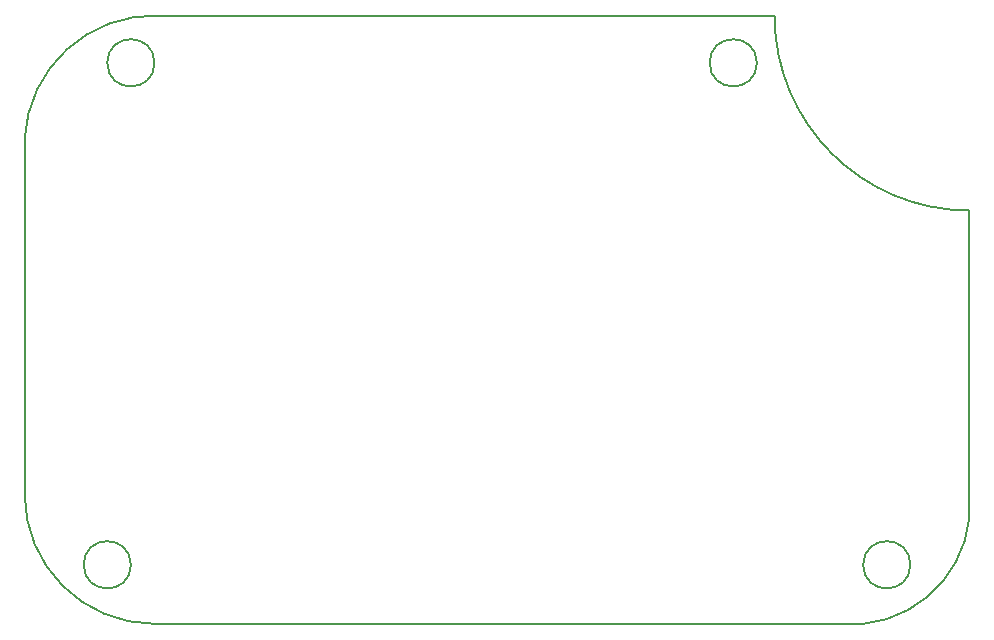
<source format=gm1>
G04 #@! TF.FileFunction,Profile,NP*
%FSLAX46Y46*%
G04 Gerber Fmt 4.6, Leading zero omitted, Abs format (unit mm)*
G04 Created by KiCad (PCBNEW 4.0.7) date 06/25/19 00:48:09*
%MOMM*%
%LPD*%
G01*
G04 APERTURE LIST*
%ADD10C,0.100000*%
%ADD11C,0.150000*%
G04 APERTURE END LIST*
D10*
D11*
X119000000Y-133500000D02*
G75*
G03X119000000Y-133500000I-2000000J0D01*
G01*
X185000000Y-133500000D02*
G75*
G03X185000000Y-133500000I-2000000J0D01*
G01*
X121000000Y-91000000D02*
G75*
G03X121000000Y-91000000I-2000000J0D01*
G01*
X172000000Y-91000000D02*
G75*
G03X172000000Y-91000000I-2000000J0D01*
G01*
X143500000Y-87000000D02*
X173500000Y-87000000D01*
X140500000Y-87000000D02*
X143500000Y-87000000D01*
X121500000Y-87000000D02*
X140500000Y-87000000D01*
X110000000Y-127500000D02*
X110000000Y-97500000D01*
X121000000Y-138500000D02*
X146500000Y-138500000D01*
X179000000Y-138500000D02*
X146500000Y-138500000D01*
X190000000Y-103500000D02*
X190000000Y-129500000D01*
X121500000Y-87000000D02*
G75*
G03X110000000Y-97500000I-500000J-11000000D01*
G01*
X173500000Y-87000000D02*
G75*
G03X190000000Y-103500000I16500000J0D01*
G01*
X110000000Y-127500000D02*
G75*
G03X121000000Y-138500000I11000000J0D01*
G01*
X179000000Y-138500000D02*
G75*
G03X190000000Y-129500000I1000000J10000000D01*
G01*
M02*

</source>
